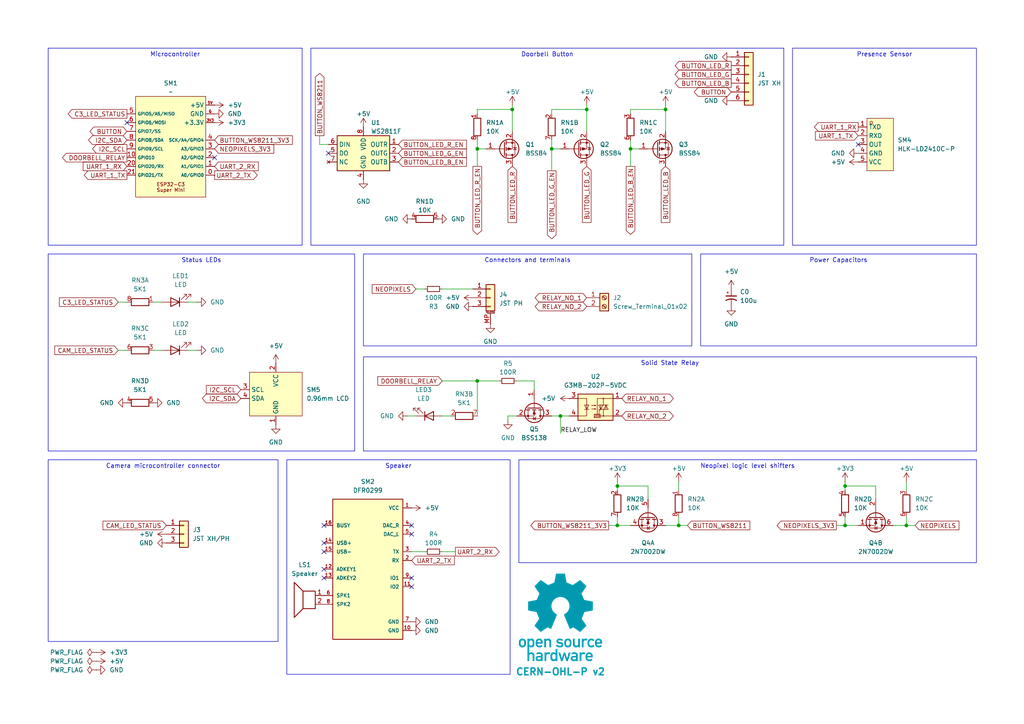
<source format=kicad_sch>
(kicad_sch (version 20231120) (generator "eeschema") (generator_version "8.0")
  (paper "A4")
  (lib_symbols
    (symbol "Connector:Screw_Terminal_01x02" (pin_names (offset 1.016) hide)
      (property "Reference" "J" (at 0 2.54 0))
      (property "Value" "Screw_Terminal_01x02" (at 0 -5.08 0))
      (symbol "Screw_Terminal_01x02_1_1"
        (pin passive line (at -5.08 0 0) (length 3.81) (name "Pin_1") (number "1"))
        (pin passive line (at -5.08 -2.54 0) (length 3.81) (name "Pin_2") (number "2"))
      )
    )
    (symbol "Connector_Generic:Conn_01x03" (pin_names (offset 1.016) hide)
      (property "Reference" "J" (at 0 5.08 0))
      (property "Value" "Conn_01x03" (at 0 -5.08 0))
      (symbol "Conn_01x03_1_1"
        (pin passive line (at -5.08 2.54 0) (length 3.81) (name "Pin_1") (number "1"))
        (pin passive line (at -5.08 0 0) (length 3.81) (name "Pin_2") (number "2"))
        (pin passive line (at -5.08 -2.54 0) (length 3.81) (name "Pin_3") (number "3"))
      )
    )
    (symbol "Connector_Generic:Conn_01x06" (pin_names (offset 1.016) hide)
      (property "Reference" "J" (at 0 7.62 0))
      (property "Value" "Conn_01x06" (at 0 -10.16 0))
      (symbol "Conn_01x06_1_1"
        (pin passive line (at -5.08 5.08 0) (length 3.81) (name "Pin_1") (number "1"))
        (pin passive line (at -5.08 2.54 0) (length 3.81) (name "Pin_2") (number "2"))
        (pin passive line (at -5.08 0 0) (length 3.81) (name "Pin_3") (number "3"))
        (pin passive line (at -5.08 -2.54 0) (length 3.81) (name "Pin_4") (number "4"))
        (pin passive line (at -5.08 -5.08 0) (length 3.81) (name "Pin_5") (number "5"))
        (pin passive line (at -5.08 -7.62 0) (length 3.81) (name "Pin_6") (number "6"))
      )
    )
    (symbol "Connector_Generic_MountingPin:Conn_01x03_MountingPin" (pin_names (offset 1.016) hide)
      (property "Reference" "J" (at 0 5.08 0))
      (property "Value" "Conn_01x03_MountingPin" (at 1.27 -5.08 0))
      (symbol "Conn_01x03_MountingPin_1_1"
        (text "Mounting" (at 0 -4.191 0) (effects (font (size 0.381 0.381))))
        (pin passive line (at -5.08 2.54 0) (length 3.81) (name "Pin_1") (number "1"))
        (pin passive line (at -5.08 0 0) (length 3.81) (name "Pin_2") (number "2"))
        (pin passive line (at -5.08 -2.54 0) (length 3.81) (name "Pin_3") (number "3"))
        (pin passive line (at 0 -7.62 90) (length 3.048) (name "MountPin") (number "MP"))
      )
    )
    (symbol "Device:C_Polarized_Small_US" (pin_numbers hide) (pin_names (offset 0.254) hide)
      (property "Reference" "C" (at 0.254 1.778 0))
      (property "Value" "C_Polarized_Small_US" (at 0.254 -2.032 0))
      (symbol "C_Polarized_Small_US_1_1"
        (pin passive line (at 0 2.54 270) (length 2.032) (name "~") (number "1"))
        (pin passive line (at 0 -2.54 90) (length 2.032) (name "~") (number "2"))
      )
    )
    (symbol "Device:LED" (pin_numbers hide) (pin_names (offset 1.016) hide)
      (property "Reference" "D" (at 0 2.54 0))
      (property "Value" "LED" (at 0 -2.54 0))
      (symbol "LED_1_1"
        (pin passive line (at -3.81 0 0) (length 2.54) (name "K") (number "1"))
        (pin passive line (at 3.81 0 180) (length 2.54) (name "A") (number "2"))
      )
    )
    (symbol "Device:R_Pack04_Split" (pin_names (offset 0) hide)
      (property "Reference" "RN" (at 2.032 0 90))
      (property "Value" "R_Pack04_Split" (at 0 0 90))
      (symbol "R_Pack04_Split_1_1"
        (pin passive line (at 0 -3.81 90) (length 1.27) (name "R1.1") (number "1"))
        (pin passive line (at 0 3.81 270) (length 1.27) (name "R1.2") (number "8"))
      )
      (symbol "R_Pack04_Split_2_1"
        (pin passive line (at 0 -3.81 90) (length 1.27) (name "R2.1") (number "2"))
        (pin passive line (at 0 3.81 270) (length 1.27) (name "R2.2") (number "7"))
      )
      (symbol "R_Pack04_Split_3_1"
        (pin passive line (at 0 -3.81 90) (length 1.27) (name "R3.1") (number "3"))
        (pin passive line (at 0 3.81 270) (length 1.27) (name "R3.2") (number "6"))
      )
      (symbol "R_Pack04_Split_4_1"
        (pin passive line (at 0 -3.81 90) (length 1.27) (name "R4.1") (number "4"))
        (pin passive line (at 0 3.81 270) (length 1.27) (name "R4.2") (number "5"))
      )
    )
    (symbol "Device:R_Small" (pin_numbers hide) (pin_names (offset 0.254) hide)
      (property "Reference" "R" (at 0.762 0.508 0))
      (property "Value" "R_Small" (at 0.762 -1.016 0))
      (symbol "R_Small_1_1"
        (pin passive line (at 0 2.54 270) (length 0.762) (name "~") (number "1"))
        (pin passive line (at 0 -2.54 90) (length 0.762) (name "~") (number "2"))
      )
    )
    (symbol "Device:Speaker" (pin_names (offset 0) hide)
      (property "Reference" "LS" (at 1.27 5.715 0))
      (property "Value" "Speaker" (at 1.27 3.81 0))
      (symbol "Speaker_1_1"
        (pin input line (at -5.08 0 0) (length 2.54) (name "1") (number "1"))
        (pin input line (at -5.08 -2.54 0) (length 2.54) (name "2") (number "2"))
      )
    )
    (symbol "Transistor_FET:BSS138" (pin_names hide)
      (property "Reference" "Q" (at 5.08 1.905 0))
      (property "Value" "BSS138" (at 5.08 0 0))
      (symbol "BSS138_1_1"
        (pin input line (at -5.08 0 0) (length 2.54) (name "G") (number "1"))
        (pin passive line (at 2.54 -5.08 90) (length 2.54) (name "S") (number "2"))
        (pin passive line (at 2.54 5.08 270) (length 2.54) (name "D") (number "3"))
      )
    )
    (symbol "Transistor_FET:BSS84" (pin_names hide)
      (property "Reference" "Q" (at 5.08 1.905 0))
      (property "Value" "BSS84" (at 5.08 0 0))
      (symbol "BSS84_1_1"
        (pin input line (at -5.08 0 0) (length 2.54) (name "G") (number "1"))
        (pin passive line (at 2.54 -5.08 90) (length 2.54) (name "S") (number "2"))
        (pin passive line (at 2.54 5.08 270) (length 2.54) (name "D") (number "3"))
      )
    )
    (symbol "modules:DFR0299" (pin_names (offset 1.016))
      (property "Reference" "SM" (at 0 18.542 0))
      (property "Value" "DFR0299" (at 0 -23.876 0))
      (symbol "DFR0299_0_0"
        (pin power_in line (at 12.7 15.24 180) (length 2.54) (name "VCC") (number "1"))
        (pin bidirectional line (at 12.7 -7.62 180) (length 2.54) (name "IO2") (number "11"))
        (pin input line (at -12.7 -2.54 0) (length 2.54) (name "ADKEY1") (number "12"))
        (pin input line (at -12.7 -5.08 0) (length 2.54) (name "ADKEY2") (number "13"))
        (pin input line (at -12.7 5.08 0) (length 2.54) (name "USB+") (number "14"))
        (pin input line (at -12.7 2.54 0) (length 2.54) (name "USB-") (number "15"))
        (pin input line (at -12.7 10.16 0) (length 2.54) (name "BUSY") (number "16"))
        (pin input line (at 12.7 0 180) (length 2.54) (name "RX") (number "2"))
        (pin output line (at 12.7 2.54 180) (length 2.54) (name "TX") (number "3"))
        (pin output line (at 12.7 10.16 180) (length 2.54) (name "DAC_R") (number "4"))
        (pin output line (at 12.7 7.62 180) (length 2.54) (name "DAC_L") (number "5"))
        (pin passive line (at -12.7 -10.16 0) (length 2.54) (name "SPK1") (number "6"))
        (pin power_in line (at 12.7 -17.78 180) (length 2.54) (name "GND") (number "7"))
        (pin passive line (at -12.7 -12.7 0) (length 2.54) (name "SPK2") (number "8"))
        (pin bidirectional line (at 12.7 -5.08 180) (length 2.54) (name "IO1") (number "9"))
      )
      (symbol "DFR0299_1_0"
        (pin power_in line (at 12.7 -20.32 180) (length 2.54) (name "GND") (number "10"))
      )
    )
    (symbol "modules:ESP32-C3-Super-Mini"
      (property "Reference" "SM" (at 0 18.288 0))
      (symbol "ESP32-C3-Super-Mini_1_1"
        (text_box "ESP32-C3\nSuper Mini" (at -7.62 -10.16 0) (size 15.24 -5.08) (stroke (width -0.0001)) (effects (font (size 1.016 1.016)) (justify top)))
        (pin passive line (at 12.7 -8.89 180) (length 2.54) (name "A0/GPIO0") (number "0"))
        (pin passive line (at 12.7 -6.35 180) (length 2.54) (name "A1/GPIO1") (number "1"))
        (pin passive line (at -12.7 -3.81 0) (length 2.54) (name "GPIO10") (number "10"))
        (pin passive line (at 12.7 -3.81 180) (length 2.54) (name "A2/GPIO2") (number "2"))
        (pin passive line (at -12.7 -6.35 0) (length 2.54) (name "GPIO20/RX") (number "20"))
        (pin passive line (at -12.7 -8.89 0) (length 2.54) (name "GPIO21/TX") (number "21"))
        (pin passive line (at 12.7 -1.27 180) (length 2.54) (name "A3/GPIO3") (number "3"))
        (pin power_in line (at 12.7 6.35 180) (length 2.54) (name "+3.3V") (number "3V3"))
        (pin passive line (at 12.7 1.27 180) (length 2.54) (name "SCK/A4/GPIO4") (number "4"))
        (pin passive line (at -12.7 8.89 0) (length 2.54) (name "GPIO5/A5/MISO") (number "5"))
        (pin power_in line (at 12.7 11.43 180) (length 2.54) (name "+5V") (number "5V"))
        (pin passive line (at -12.7 6.35 0) (length 2.54) (name "GPIO6/MOSI") (number "6"))
        (pin passive line (at -12.7 3.81 0) (length 2.54) (name "GPIO7/SS") (number "7"))
        (pin passive line (at -12.7 1.27 0) (length 2.54) (name "GPIO8/SDA") (number "8"))
        (pin passive line (at -12.7 -1.27 0) (length 2.54) (name "GPIO9/SCL") (number "9"))
        (pin power_in line (at 12.7 8.89 180) (length 2.54) (name "GND") (number "G"))
      )
    )
    (symbol "aliexpress:G3MB-202P-5VDC"
      (property "Reference" "U" (at -5.08 5.08 0))
      (property "Value" "G3MB-202P-5VDC" (at 0 5.08 0))
      (symbol "G3MB-202P-5VDC_0_0"
        (text "ZCD" (at 0.508 -2.54 0) (effects (font (size 0.508 0.508))))
      )
      (symbol "G3MB-202P-5VDC_1_1"
        (pin passive line (at 7.62 2.54 180) (length 2.54) (name "~") (number "1"))
        (pin passive line (at 7.62 -2.54 180) (length 2.54) (name "~") (number "2"))
        (pin passive line (at -7.62 2.54 0) (length 2.54) (name "~") (number "3"))
        (pin passive line (at -7.62 -2.54 0) (length 2.54) (name "~") (number "4"))
      )
    )
    (symbol "aliexpress:OLED-0.96mm-I2C-module"
      (property "Reference" "SM" (at 0 8.89 0))
      (property "Value" "0.96mm LCD" (at 0 -8.89 0))
      (symbol "OLED-0.96mm-I2C-module_0_1"
        (pin power_in line (at 0 -8.89 90) (length 2.54) (name "GND") (number "1"))
        (pin power_in line (at 0 8.89 270) (length 2.54) (name "VCC") (number "2"))
        (pin passive line (at -10.16 1.27 0) (length 2.54) (name "SCL") (number "3"))
        (pin passive line (at -10.16 -1.27 0) (length 2.54) (name "SDA") (number "4"))
      )
    )
    (symbol "lcsc:2N7002DW" (pin_names hide)
      (property "Reference" "Q" (at 5.08 1.905 0))
      (property "Value" "2N7002DW" (at 5.08 0 0))
      (symbol "2N7002DW_1_1"
        (pin passive line (at 2.54 5.08 270) (length 2.54) (name "D") (number "3"))
        (pin passive line (at 2.54 -5.08 90) (length 2.54) (name "S") (number "4"))
        (pin input line (at -5.08 0 0) (length 2.54) (name "G") (number "5"))
      )
      (symbol "2N7002DW_2_1"
        (pin passive line (at 2.54 -5.08 90) (length 2.54) (name "S") (number "1"))
        (pin input line (at -5.08 0 0) (length 2.54) (name "G") (number "2"))
        (pin passive line (at 2.54 5.08 270) (length 2.54) (name "D") (number "6"))
      )
    )
    (symbol "lcsc:HLK-LD2410C-P"
      (property "Reference" "SM" (at 0 10.16 0))
      (property "Value" "HLK-LD2410C-P" (at 0 -10.16 0))
      (symbol "HLK-LD2410C-P_1_1"
        (pin passive line (at -6.35 5.08 0) (length 2.54) (name "TXD") (number "1"))
        (pin passive line (at -6.35 2.54 0) (length 2.54) (name "RXD") (number "2"))
        (pin passive line (at -6.35 0 0) (length 2.54) (name "OUT") (number "3"))
        (pin power_in line (at -6.35 -2.54 0) (length 2.54) (name "GND") (number "4"))
        (pin power_in line (at -6.35 -5.08 0) (length 2.54) (name "VCC") (number "5"))
      )
    )
    (symbol "lcsc:WS2811F"
      (property "Reference" "U" (at -6.35 6.35 0))
      (property "Value" "WS2811F" (at 5.08 6.35 0))
      (symbol "WS2811F_1_1"
        (pin output line (at 10.16 2.54 180) (length 2.54) (name "OUTR") (number "1"))
        (pin output line (at 10.16 0 180) (length 2.54) (name "OUTG") (number "2"))
        (pin output line (at 10.16 -2.54 180) (length 2.54) (name "OUTB") (number "3"))
        (pin power_in line (at 0 -7.62 90) (length 2.54) (name "GND") (number "4"))
        (pin output line (at -10.16 0 0) (length 2.54) (name "DO") (number "5"))
        (pin input line (at -10.16 2.54 0) (length 2.54) (name "DIN") (number "6"))
        (pin no_connect line (at -10.16 -2.54 0) (length 2.54) (name "NC") (number "7"))
        (pin power_in line (at 0 7.62 270) (length 2.54) (name "VDD") (number "8"))
      )
    )
    (symbol "power:+3V3" (power) (pin_numbers hide) (pin_names (offset 0) hide)
      (property "Value" "+3V3" (at 0 3.556 0))
      (symbol "+3V3_1_1"
        (pin power_in line (at 0 0 90) (length 0) (name "~") (number "1"))
      )
    )
    (symbol "power:+5V" (power) (pin_numbers hide) (pin_names (offset 0) hide)
      (property "Value" "+5V" (at 0 3.556 0))
      (symbol "+5V_1_1"
        (pin power_in line (at 0 0 90) (length 0) (name "~") (number "1"))
      )
    )
    (symbol "power:GND" (power) (pin_numbers hide) (pin_names (offset 0) hide)
      (property "Value" "GND" (at 0 -3.81 0))
      (symbol "GND_1_1"
        (pin power_in line (at 0 0 270) (length 0) (name "~") (number "1"))
      )
    )
    (symbol "power:PWR_FLAG" (power) (pin_numbers hide) (pin_names (offset 0) hide)
      (property "Value" "PWR_FLAG" (at 0 3.81 0))
      (symbol "PWR_FLAG_0_0"
        (pin power_out line (at 0 0 90) (length 0) (name "~") (number "1"))
      )
    )
  )
  (junction (at 193.04 31.75))
  (junction (at 148.59 31.75))
  (junction (at 245.11 152.4))
  (junction (at 245.11 140.97))
  (junction (at 182.88 43.18))
  (junction (at 138.43 43.18))
  (junction (at 138.43 110.49))
  (junction (at 179.07 152.4))
  (junction (at 162.56 120.65))
  (junction (at 160.02 43.18))
  (junction (at 170.18 31.75))
  (junction (at 196.85 152.4))
  (junction (at 262.89 152.4))
  (junction (at 179.07 140.97))
  (no_connect (at 95.25 44.45))
  (no_connect (at 119.38 152.4))
  (no_connect (at 248.92 41.91))
  (no_connect (at 62.23 45.72))
  (no_connect (at 36.83 35.56))
  (no_connect (at 119.38 167.64))
  (no_connect (at 93.98 152.4))
  (no_connect (at 119.38 154.94))
  (no_connect (at 119.38 170.18))
  (no_connect (at 93.98 157.48))
  (no_connect (at 93.98 160.02))
  (no_connect (at 93.98 165.1))
  (no_connect (at 93.98 167.64))
  (wire (pts (xy 196.85 139.7) (xy 196.85 142.24)))
  (wire (pts (xy 138.43 31.75) (xy 148.59 31.75)))
  (wire (pts (xy 160.02 33.02) (xy 160.02 31.75)))
  (wire (pts (xy 245.11 140.97) (xy 245.11 142.24)))
  (wire (pts (xy 144.78 110.49) (xy 138.43 110.49)))
  (wire (pts (xy 193.04 31.75) (xy 193.04 38.1)))
  (wire (pts (xy 187.96 144.78) (xy 187.96 140.97)))
  (wire (pts (xy 148.59 31.75) (xy 148.59 30.48)))
  (wire (pts (xy 138.43 110.49) (xy 128.27 110.49)))
  (wire (pts (xy 245.11 139.7) (xy 245.11 140.97)))
  (wire (pts (xy 262.89 152.4) (xy 262.89 149.86)))
  (wire (pts (xy 120.65 120.65) (xy 118.11 120.65)))
  (wire (pts (xy 245.11 149.86) (xy 245.11 152.4)))
  (wire (pts (xy 254 140.97) (xy 245.11 140.97)))
  (wire (pts (xy 254 144.78) (xy 254 140.97)))
  (wire (pts (xy 185.42 43.18) (xy 182.88 43.18)))
  (wire (pts (xy 182.88 43.18) (xy 182.88 40.64)))
  (wire (pts (xy 120.65 83.82) (xy 123.19 83.82)))
  (wire (pts (xy 187.96 140.97) (xy 179.07 140.97)))
  (wire (pts (xy 138.43 43.18) (xy 138.43 48.26)))
  (wire (pts (xy 242.57 152.4) (xy 245.11 152.4)))
  (wire (pts (xy 179.07 140.97) (xy 179.07 142.24)))
  (wire (pts (xy 138.43 110.49) (xy 138.43 120.65)))
  (wire (pts (xy 128.27 83.82) (xy 137.16 83.82)))
  (wire (pts (xy 182.88 33.02) (xy 182.88 31.75)))
  (wire (pts (xy 54.61 101.6) (xy 57.15 101.6)))
  (wire (pts (xy 170.18 31.75) (xy 170.18 38.1)))
  (wire (pts (xy 160.02 120.65) (xy 162.56 120.65)))
  (wire (pts (xy 160.02 43.18) (xy 160.02 40.64)))
  (wire (pts (xy 182.88 43.18) (xy 182.88 48.26)))
  (wire (pts (xy 179.07 139.7) (xy 179.07 140.97)))
  (wire (pts (xy 193.04 152.4) (xy 196.85 152.4)))
  (wire (pts (xy 170.18 31.75) (xy 170.18 30.48)))
  (wire (pts (xy 44.45 101.6) (xy 46.99 101.6)))
  (wire (pts (xy 140.97 43.18) (xy 138.43 43.18)))
  (wire (pts (xy 34.29 87.63) (xy 36.83 87.63)))
  (wire (pts (xy 44.45 87.63) (xy 46.99 87.63)))
  (wire (pts (xy 193.04 31.75) (xy 193.04 30.48)))
  (wire (pts (xy 196.85 152.4) (xy 196.85 149.86)))
  (wire (pts (xy 147.32 121.92) (xy 147.32 120.65)))
  (wire (pts (xy 138.43 43.18) (xy 138.43 40.64)))
  (wire (pts (xy 154.94 113.03) (xy 154.94 110.49)))
  (wire (pts (xy 92.71 39.37) (xy 92.71 41.91)))
  (wire (pts (xy 262.89 139.7) (xy 262.89 142.24)))
  (wire (pts (xy 196.85 152.4) (xy 199.39 152.4)))
  (wire (pts (xy 147.32 120.65) (xy 149.86 120.65)))
  (wire (pts (xy 119.38 160.02) (xy 123.19 160.02)))
  (wire (pts (xy 179.07 149.86) (xy 179.07 152.4)))
  (wire (pts (xy 245.11 152.4) (xy 248.92 152.4)))
  (wire (pts (xy 182.88 31.75) (xy 193.04 31.75)))
  (wire (pts (xy 179.07 152.4) (xy 182.88 152.4)))
  (wire (pts (xy 162.56 43.18) (xy 160.02 43.18)))
  (wire (pts (xy 176.53 152.4) (xy 179.07 152.4)))
  (wire (pts (xy 162.56 120.65) (xy 162.56 125.73)))
  (wire (pts (xy 148.59 31.75) (xy 148.59 38.1)))
  (wire (pts (xy 34.29 101.6) (xy 36.83 101.6)))
  (wire (pts (xy 160.02 31.75) (xy 170.18 31.75)))
  (wire (pts (xy 138.43 33.02) (xy 138.43 31.75)))
  (wire (pts (xy 160.02 43.18) (xy 160.02 49.53)))
  (wire (pts (xy 92.71 41.91) (xy 95.25 41.91)))
  (wire (pts (xy 130.81 120.65) (xy 128.27 120.65)))
  (wire (pts (xy 128.27 160.02) (xy 132.08 160.02)))
  (wire (pts (xy 54.61 87.63) (xy 57.15 87.63)))
  (wire (pts (xy 259.08 152.4) (xy 262.89 152.4)))
  (wire (pts (xy 162.56 120.65) (xy 165.1 120.65)))
  (wire (pts (xy 154.94 110.49) (xy 149.86 110.49)))
  (wire (pts (xy 262.89 152.4) (xy 265.43 152.4)))
  (image (at 162.56 179.07) (scale 0.37481))
  (text_box "Microcontroller" (at 13.97 13.97 0) (size 73.66 57.15) (effects (font (size 1.27 1.27)) (justify top)))
  (text_box "Doorbell Button" (at 90.17 13.97 0) (size 137.16 57.15) (effects (font (size 1.27 1.27)) (justify top)))
  (text_box "Presence Sensor" (at 229.87 13.97 0) (size 53.34 57.15) (effects (font (size 1.27 1.27)) (justify top)))
  (text_box "Camera microcontroller connector" (at 13.97 133.35 0) (size 66.675 52.705) (effects (font (size 1.27 1.27)) (justify top)))
  (text_box "Status LEDs" (at 13.97 73.66 0) (size 88.9 57.15) (effects (font (size 1.27 1.27)) (justify top)))
  (text_box "Power Capacitors" (at 203.2 73.66 0) (size 80.01 26.67) (effects (font (size 1.27 1.27)) (justify top)))
  (text_box "Solid State Relay" (at 105.41 103.505 0) (size 177.8 27.305) (effects (font (size 1.27 1.27)) (justify top)))
  (text_box "Speaker" (at 83.185 133.35 0) (size 64.77 62.23) (effects (font (size 1.27 1.27)) (justify top)))
  (text_box "Neopixel logic level shifters" (at 150.495 133.35 0) (size 132.715 29.845) (effects (font (size 1.27 1.27)) (justify top)))
  (text_box "Connectors and terminals" (at 105.41 73.66 0) (size 95.25 26.67) (effects (font (size 1.27 1.27)) (justify top)))
  (text "CERN-OHL-P v2" (at 162.56 195.072 0) (effects (font (size 2 2) (thickness 0.4) (bold yes))))
  (label "RELAY_LOW" (at 162.56 125.73 0))
  (global_label "RELAY_NO_2" (shape bidirectional) (at 170.18 88.9 180) (property "Intersheetrefs" "${INTERSHEET_REFS}" (effects (hide yes))))
  (global_label "RELAY_NO_2" (shape bidirectional) (at 180.34 120.65 0) (property "Intersheetrefs" "${INTERSHEET_REFS}" (effects (hide yes))))
  (global_label "C3_LED_STATUS" (shape output) (at 36.83 33.02 180) (property "Intersheetrefs" "${INTERSHEET_REFS}" (effects (hide yes))))
  (global_label "NEOPIXELS" (shape input) (at 120.65 83.82 180) (property "Intersheetrefs" "${INTERSHEET_REFS}" (effects (hide yes))))
  (global_label "BUTTON_LED_R" (shape input) (at 148.59 48.26 270) (property "Intersheetrefs" "${INTERSHEET_REFS}" (effects (hide yes))))
  (global_label "DOORBELL_RELAY" (shape output) (at 36.83 45.72 180) (property "Intersheetrefs" "${INTERSHEET_REFS}" (effects (hide yes))))
  (global_label "CAM_LED_STATUS" (shape input) (at 34.29 101.6 180) (property "Intersheetrefs" "${INTERSHEET_REFS}" (effects (hide yes))))
  (global_label "UART_1_TX" (shape input) (at 248.92 39.37 180) (property "Intersheetrefs" "${INTERSHEET_REFS}" (effects (hide yes))))
  (global_label "C3_LED_STATUS" (shape input) (at 34.29 87.63 180) (property "Intersheetrefs" "${INTERSHEET_REFS}" (effects (hide yes))))
  (global_label "UART_2_TX" (shape input) (at 119.38 162.56 0) (property "Intersheetrefs" "${INTERSHEET_REFS}" (effects (hide yes))))
  (global_label "CAM_LED_STATUS" (shape input) (at 48.26 152.4 180) (property "Intersheetrefs" "${INTERSHEET_REFS}" (effects (hide yes))))
  (global_label "BUTTON_LED_R_EN" (shape input) (at 115.57 41.91 0) (property "Intersheetrefs" "${INTERSHEET_REFS}" (effects (hide yes))))
  (global_label "NEOPIXELS_3V3" (shape input) (at 62.23 43.18 0) (property "Intersheetrefs" "${INTERSHEET_REFS}" (effects (hide yes))))
  (global_label "I2C_SDA" (shape bidirectional) (at 36.83 40.64 180) (property "Intersheetrefs" "${INTERSHEET_REFS}" (effects (hide yes))))
  (global_label "BUTTON" (shape bidirectional) (at 212.09 26.67 180) (property "Intersheetrefs" "${INTERSHEET_REFS}" (effects (hide yes))))
  (global_label "DOORBELL_RELAY" (shape input) (at 128.27 110.49 180) (property "Intersheetrefs" "${INTERSHEET_REFS}" (effects (hide yes))))
  (global_label "BUTTON_WS8211" (shape output) (at 92.71 39.37 90) (property "Intersheetrefs" "${INTERSHEET_REFS}" (effects (hide yes))))
  (global_label "I2C_SCL" (shape output) (at 36.83 43.18 180) (property "Intersheetrefs" "${INTERSHEET_REFS}" (effects (hide yes))))
  (global_label "BUTTON_LED_B" (shape output) (at 212.09 24.13 180) (property "Intersheetrefs" "${INTERSHEET_REFS}" (effects (hide yes))))
  (global_label "UART_2_RX" (shape output) (at 132.08 160.02 0) (property "Intersheetrefs" "${INTERSHEET_REFS}" (effects (hide yes))))
  (global_label "I2C_SDA" (shape bidirectional) (at 69.85 115.57 180) (property "Intersheetrefs" "${INTERSHEET_REFS}" (effects (hide yes))))
  (global_label "BUTTON_LED_G" (shape output) (at 212.09 21.59 180) (property "Intersheetrefs" "${INTERSHEET_REFS}" (effects (hide yes))))
  (global_label "BUTTON_LED_B_EN" (shape output) (at 182.88 48.26 270) (property "Intersheetrefs" "${INTERSHEET_REFS}" (effects (hide yes))))
  (global_label "BUTTON_LED_G" (shape input) (at 170.18 48.26 270) (property "Intersheetrefs" "${INTERSHEET_REFS}" (effects (hide yes))))
  (global_label "BUTTON_WS8211_3V3" (shape input) (at 62.23 40.64 0) (property "Intersheetrefs" "${INTERSHEET_REFS}" (effects (hide yes))))
  (global_label "BUTTON_LED_B" (shape input) (at 193.04 48.26 270) (property "Intersheetrefs" "${INTERSHEET_REFS}" (effects (hide yes))))
  (global_label "I2C_SCL" (shape input) (at 69.85 113.03 180) (property "Intersheetrefs" "${INTERSHEET_REFS}" (effects (hide yes))))
  (global_label "UART_2_RX" (shape input) (at 62.23 48.26 0) (property "Intersheetrefs" "${INTERSHEET_REFS}" (effects (hide yes))))
  (global_label "NEOPIXELS_3V3" (shape output) (at 242.57 152.4 180) (property "Intersheetrefs" "${INTERSHEET_REFS}" (effects (hide yes))))
  (global_label "BUTTON_LED_R" (shape output) (at 212.09 19.05 180) (property "Intersheetrefs" "${INTERSHEET_REFS}" (effects (hide yes))))
  (global_label "RELAY_NO_1" (shape bidirectional) (at 170.18 86.36 180) (property "Intersheetrefs" "${INTERSHEET_REFS}" (effects (hide yes))))
  (global_label "BUTTON" (shape bidirectional) (at 36.83 38.1 180) (property "Intersheetrefs" "${INTERSHEET_REFS}" (effects (hide yes))))
  (global_label "UART_1_RX" (shape output) (at 248.92 36.83 180) (property "Intersheetrefs" "${INTERSHEET_REFS}" (effects (hide yes))))
  (global_label "BUTTON_LED_G_EN" (shape input) (at 115.57 44.45 0) (property "Intersheetrefs" "${INTERSHEET_REFS}" (effects (hide yes))))
  (global_label "UART_1_TX" (shape output) (at 36.83 50.8 180) (property "Intersheetrefs" "${INTERSHEET_REFS}" (effects (hide yes))))
  (global_label "UART_1_RX" (shape input) (at 36.83 48.26 180) (property "Intersheetrefs" "${INTERSHEET_REFS}" (effects (hide yes))))
  (global_label "BUTTON_LED_B_EN" (shape input) (at 115.57 46.99 0) (property "Intersheetrefs" "${INTERSHEET_REFS}" (effects (hide yes))))
  (global_label "UART_2_TX" (shape output) (at 62.23 50.8 0) (property "Intersheetrefs" "${INTERSHEET_REFS}" (effects (hide yes))))
  (global_label "RELAY_NO_1" (shape bidirectional) (at 180.34 115.57 0) (property "Intersheetrefs" "${INTERSHEET_REFS}" (effects (hide yes))))
  (global_label "BUTTON_WS8211" (shape input) (at 199.39 152.4 0) (property "Intersheetrefs" "${INTERSHEET_REFS}" (effects (hide yes))))
  (global_label "BUTTON_WS8211_3V3" (shape output) (at 176.53 152.4 180) (property "Intersheetrefs" "${INTERSHEET_REFS}" (effects (hide yes))))
  (global_label "NEOPIXELS" (shape input) (at 265.43 152.4 0) (property "Intersheetrefs" "${INTERSHEET_REFS}" (effects (hide yes))))
  (global_label "BUTTON_LED_R_EN" (shape output) (at 138.43 48.26 270) (property "Intersheetrefs" "${INTERSHEET_REFS}" (effects (hide yes))))
  (global_label "BUTTON_LED_G_EN" (shape output) (at 160.02 49.53 270) (property "Intersheetrefs" "${INTERSHEET_REFS}" (effects (hide yes))))
  (symbol (lib_id "Device:R_Pack04_Split") (at 134.62 120.65 270) (mirror x) (unit 2)
    (property "Reference" "RN3" (at 134.62 114.3 90))
    (property "Value" "5K1" (at 134.62 116.84 90))
    (property "Footprint" "Resistor_SMD:R_Array_Convex_4x0603" (effects (hide yes)))
    (property "Description" "4 resistor network, parallel topology, split" (effects (hide yes)))
  )
  (symbol (lib_id "Transistor_FET:BSS84") (at 146.05 43.18 0) (mirror x) (unit 1)
    (property "Reference" "Q1" (at 152.4 41.9099 0) (effects (justify left)))
    (property "Value" "BSS84" (at 152.4 44.4499 0) (effects (justify left)))
    (property "Footprint" "custom:SOT-23_simple" (effects (hide yes)))
    (property "Datasheet" "http://assets.nexperia.com/documents/data-sheet/BSS84.pdf" (effects (hide yes)))
    (property "Description" "-0.13A Id, -50V Vds, P-Channel MOSFET, SOT-23" (effects (hide yes)))
  )
  (symbol (lib_id "power:+5V") (at 212.09 83.82 0) (unit 1)
    (property "Reference" "#PWR032" (effects (hide yes)))
    (property "Value" "+5V" (at 212.09 78.74 0))
    (property "Description" "Power symbol creates a global label with name \"+5V\"" (effects (hide yes)))
  )
  (symbol (lib_id "power:+5V") (at 48.26 154.94 90) (unit 1)
    (property "Reference" "#PWR042" (effects (hide yes)))
    (property "Value" "+5V" (at 44.45 154.9399 90) (effects (justify left)))
    (property "Description" "Power symbol creates a global label with name \"+5V\"" (effects (hide yes)))
  )
  (symbol (lib_id "aliexpress:G3MB-202P-5VDC") (at 172.72 118.11 0) (unit 1)
    (property "Reference" "U2" (at 172.72 109.22 0))
    (property "Value" "G3MB-202P-5VDC" (at 172.72 111.76 0))
    (property "Footprint" "aliexpress:RELAY-G3MB-202P-5VDC" (effects (hide yes)))
    (property "Datasheet" "http://www.sharp-world.com/products/device/lineup/data/pdf/datasheet/s102s02_e.pdf" (effects (hide yes)))
    (property "Description" "Zero Cross Opto-Triac, Vdrm 240V, Ift 50mA, IT 2A" (effects (hide yes)))
  )
  (symbol (lib_id "Device:R_Pack04_Split") (at 138.43 36.83 180) (unit 1)
    (property "Reference" "RN1" (at 140.97 35.5599 0) (effects (justify right)))
    (property "Value" "10K" (at 140.97 38.0999 0) (effects (justify right)))
    (property "Footprint" "Resistor_SMD:R_Array_Convex_4x0603" (effects (hide yes)))
    (property "Description" "4 resistor network, parallel topology, split" (effects (hide yes)))
  )
  (symbol (lib_id "power:+5V") (at 196.85 139.7 0) (unit 1)
    (property "Reference" "#PWR019" (effects (hide yes)))
    (property "Value" "+5V" (at 196.85 135.89 0))
    (property "Description" "Power symbol creates a global label with name \"+5V\"" (effects (hide yes)))
  )
  (symbol (lib_id "Device:R_Small") (at 125.73 83.82 90) (mirror x) (unit 1)
    (property "Reference" "R3" (at 125.73 88.9 90))
    (property "Value" "100R" (at 125.73 86.36 90))
    (property "Footprint" "custom:R_0603_1608Metric_Pad0.98x0.95mm_HandSolder_simple" (effects (hide yes)))
    (property "Description" "Resistor, small symbol" (effects (hide yes)))
  )
  (symbol (lib_id "power:GND") (at 119.38 182.88 90) (unit 1)
    (property "Reference" "#PWR027" (effects (hide yes)))
    (property "Value" "GND" (at 123.19 182.8801 90) (effects (justify right)))
    (property "Description" "Power symbol creates a global label with name \"GND\" , ground" (effects (hide yes)))
  )
  (symbol (lib_id "Device:R_Pack04_Split") (at 40.64 87.63 90) (unit 1)
    (property "Reference" "RN3" (at 40.64 81.28 90))
    (property "Value" "5K1" (at 40.64 83.82 90))
    (property "Footprint" "Resistor_SMD:R_Array_Convex_4x0603" (effects (hide yes)))
    (property "Description" "4 resistor network, parallel topology, split" (effects (hide yes)))
  )
  (symbol (lib_id "power:GND") (at 248.92 44.45 270) (unit 1)
    (property "Reference" "#PWR010" (effects (hide yes)))
    (property "Value" "GND" (at 245.11 44.4499 90) (effects (justify right)))
    (property "Description" "Power symbol creates a global label with name \"GND\" , ground" (effects (hide yes)))
  )
  (symbol (lib_id "power:GND") (at 137.16 88.9 270) (unit 1)
    (property "Reference" "#PWR029" (effects (hide yes)))
    (property "Value" "GND" (at 133.35 88.8999 90) (effects (justify right)))
    (property "Description" "Power symbol creates a global label with name \"GND\" , ground" (effects (hide yes)))
  )
  (symbol (lib_id "Device:R_Pack04_Split") (at 182.88 36.83 180) (unit 3)
    (property "Reference" "RN1" (at 185.42 35.5599 0) (effects (justify right)))
    (property "Value" "10K" (at 185.42 38.0999 0) (effects (justify right)))
    (property "Footprint" "Resistor_SMD:R_Array_Convex_4x0603" (effects (hide yes)))
    (property "Description" "4 resistor network, parallel topology, split" (effects (hide yes)))
  )
  (symbol (lib_id "power:GND") (at 57.15 101.6 90) (unit 1)
    (property "Reference" "#PWR036" (effects (hide yes)))
    (property "Value" "GND" (at 60.96 101.6 90) (effects (justify right)))
  )
  (symbol (lib_id "power:+5V") (at 62.23 30.48 270) (unit 1)
    (property "Reference" "#PWR03" (effects (hide yes)))
    (property "Value" "+5V" (at 66.04 30.4801 90) (effects (justify left)))
    (property "Description" "Power symbol creates a global label with name \"+5V\"" (effects (hide yes)))
  )
  (symbol (lib_id "aliexpress:OLED-0.96mm-I2C-module") (at 80.01 114.3 0) (unit 1)
    (property "Reference" "SM5" (at 88.9 113.0299 0) (effects (justify left)))
    (property "Value" "0.96mm LCD" (at 88.9 115.5699 0) (effects (justify left)))
    (property "Footprint" "aliexpress:LCD-OLED-0.96-module-noholes" (effects (hide yes)))
    (property "LCSC Part" "C7465997" (effects (hide yes)))
  )
  (symbol (lib_id "Device:R_Pack04_Split") (at 196.85 146.05 180) (unit 1)
    (property "Reference" "RN2" (at 199.39 144.7799 0) (effects (justify right)))
    (property "Value" "10K" (at 199.39 147.3199 0) (effects (justify right)))
    (property "Footprint" "Resistor_SMD:R_Array_Convex_4x0603" (effects (hide yes)))
    (property "Description" "4 resistor network, parallel topology, split" (effects (hide yes)))
  )
  (symbol (lib_id "power:GND") (at 105.41 52.07 0) (unit 1)
    (property "Reference" "#PWR014" (effects (hide yes)))
    (property "Value" "GND" (at 105.41 58.42 0))
    (property "Description" "Power symbol creates a global label with name \"GND\" , ground" (effects (hide yes)))
  )
  (symbol (lib_id "Transistor_FET:BSS138") (at 154.94 118.11 270) (unit 1)
    (property "Reference" "Q5" (at 154.94 124.46 90))
    (property "Value" "BSS138" (at 154.94 127 90))
    (property "Footprint" "custom:SOT-23_simple" (effects (hide yes)))
    (property "Datasheet" "https://www.onsemi.com/pub/Collateral/BSS138-D.PDF" (effects (hide yes)))
    (property "Description" "50V Vds, 0.22A Id, N-Channel MOSFET, SOT-23" (effects (hide yes)))
  )
  (symbol (lib_id "lcsc:HLK-LD2410C-P") (at 255.27 41.91 0) (unit 1)
    (property "Reference" "SM4" (at 260.35 40.6399 0) (effects (justify left)))
    (property "Value" "HLK-LD2410C-P" (at 260.35 43.1799 0) (effects (justify left)))
    (property "Footprint" "lcsc:SENSOR-TH_HLK-LD2410C-P" (effects (hide yes)))
    (property "LCSC Part" "C19723500" (effects (hide yes)))
  )
  (symbol (lib_id "power:+5V") (at 137.16 86.36 90) (unit 1)
    (property "Reference" "#PWR028" (effects (hide yes)))
    (property "Value" "+5V" (at 133.35 86.3599 90) (effects (justify left)))
    (property "Description" "Power symbol creates a global label with name \"+5V\"" (effects (hide yes)))
  )
  (symbol (lib_id "power:+3V3") (at 179.07 139.7 0) (unit 1)
    (property "Reference" "#PWR034" (effects (hide yes)))
    (property "Value" "+3V3" (at 179.07 135.89 0))
    (property "Description" "Power symbol creates a global label with name \"+3V3\"" (effects (hide yes)))
  )
  (symbol (lib_id "Transistor_FET:BSS84") (at 167.64 43.18 0) (mirror x) (unit 1)
    (property "Reference" "Q2" (at 173.99 41.9099 0) (effects (justify left)))
    (property "Value" "BSS84" (at 173.99 44.4499 0) (effects (justify left)))
    (property "Footprint" "custom:SOT-23_simple" (effects (hide yes)))
    (property "Datasheet" "http://assets.nexperia.com/documents/data-sheet/BSS84.pdf" (effects (hide yes)))
    (property "Description" "-0.13A Id, -50V Vds, P-Channel MOSFET, SOT-23" (effects (hide yes)))
  )
  (symbol (lib_id "power:+3V3") (at 62.23 35.56 270) (unit 1)
    (property "Reference" "#PWR05" (effects (hide yes)))
    (property "Value" "+3V3" (at 66.04 35.5601 90) (effects (justify left)))
    (property "Description" "Power symbol creates a global label with name \"+3V3\"" (effects (hide yes)))
  )
  (symbol (lib_id "modules:DFR0299") (at 106.68 162.56 0) (unit 1)
    (property "Reference" "SM2" (at 106.68 139.7 0))
    (property "Value" "DFR0299" (at 106.68 142.24 0))
    (property "Footprint" "modules:DFPlayer-Mini-DFR0299-module" (effects (hide yes)))
    (property "Description" "Dfplayer - a Mini Mp3 Player" (effects (hide yes)))
  )
  (symbol (lib_id "power:+5V") (at 148.59 30.48 0) (unit 1)
    (property "Reference" "#PWR015" (effects (hide yes)))
    (property "Value" "+5V" (at 148.59 26.67 0))
    (property "Description" "Power symbol creates a global label with name \"+5V\"" (effects (hide yes)))
  )
  (symbol (lib_id "Device:Speaker") (at 88.9 172.72 0) (mirror y) (unit 1)
    (property "Reference" "LS1" (at 88.392 163.83 0))
    (property "Value" "Speaker" (at 88.392 166.37 0))
    (property "Footprint" "custom:Conn_Combo_JST-1x02-XH_PH-SMD-pad2gnd" (effects (hide yes)))
    (property "Description" "Speaker" (effects (hide yes)))
  )
  (symbol (lib_id "Transistor_FET:BSS84") (at 190.5 43.18 0) (mirror x) (unit 1)
    (property "Reference" "Q3" (at 196.85 41.9099 0) (effects (justify left)))
    (property "Value" "BSS84" (at 196.85 44.4499 0) (effects (justify left)))
    (property "Footprint" "custom:SOT-23_simple" (effects (hide yes)))
    (property "Datasheet" "http://assets.nexperia.com/documents/data-sheet/BSS84.pdf" (effects (hide yes)))
    (property "Description" "-0.13A Id, -50V Vds, P-Channel MOSFET, SOT-23" (effects (hide yes)))
  )
  (symbol (lib_id "power:GND") (at 119.38 180.34 90) (unit 1)
    (property "Reference" "#PWR026" (effects (hide yes)))
    (property "Value" "GND" (at 123.19 180.3401 90) (effects (justify right)))
    (property "Description" "Power symbol creates a global label with name \"GND\" , ground" (effects (hide yes)))
  )
  (symbol (lib_id "power:GND") (at 118.11 120.65 270) (unit 1)
    (property "Reference" "#PWR023" (effects (hide yes)))
    (property "Value" "GND" (at 114.3 120.65 90) (effects (justify right)))
  )
  (symbol (lib_id "power:PWR_FLAG") (at 27.94 189.23 90) (unit 1)
    (property "Reference" "#FLG03" (effects (hide yes)))
    (property "Value" "PWR_FLAG" (at 24.13 189.2299 90) (effects (justify left)))
    (property "Description" "Special symbol for telling ERC where power comes from" (effects (hide yes)))
  )
  (symbol (lib_id "Connector_Generic:Conn_01x03") (at 53.34 154.94 0) (unit 1)
    (property "Reference" "J3" (at 55.88 153.6699 0) (effects (justify left)))
    (property "Value" "JST XH/PH" (at 55.88 156.2099 0) (effects (justify left)))
    (property "Footprint" "custom:Conn_Combo_JST-1x03-XH_PH-THT" (effects (hide yes)))
    (property "Description" "Generic connector, single row, 01x03, script generated (kicad-library-utils/schlib/autogen/connector/)" (effects (hide yes)))
  )
  (symbol (lib_id "power:GND") (at 36.83 116.84 270) (unit 1)
    (property "Reference" "#PWR030" (effects (hide yes)))
    (property "Value" "GND" (at 33.02 116.8399 90) (effects (justify right)))
  )
  (symbol (lib_id "power:GND") (at 27.94 194.31 90) (unit 1)
    (property "Reference" "#PWR02" (effects (hide yes)))
    (property "Value" "GND" (at 31.75 194.3099 90) (effects (justify right)))
    (property "Description" "Power symbol creates a global label with name \"GND\" , ground" (effects (hide yes)))
  )
  (symbol (lib_id "power:GND") (at 48.26 157.48 270) (unit 1)
    (property "Reference" "#PWR043" (effects (hide yes)))
    (property "Value" "GND" (at 44.45 157.4799 90) (effects (justify right)))
    (property "Description" "Power symbol creates a global label with name \"GND\" , ground" (effects (hide yes)))
  )
  (symbol (lib_id "lcsc:2N7002DW") (at 187.96 149.86 270) (unit 1)
    (property "Reference" "Q4" (at 187.96 157.48 90))
    (property "Value" "2N7002DW" (at 187.96 160.02 90))
    (property "Footprint" "custom:SOT-363_SC-70-6_simple" (effects (hide yes)))
    (property "Datasheet" "https://www.onsemi.com/download/data-sheet/pdf/2n7002dw-d.pdf" (effects (hide yes)))
    (property "Description" "0.115A Id, 60V Vds, Dual N-Channel MOSFET, SOT-23-6" (effects (hide yes)))
    (property "LCSC Part" "C5190214" (effects (hide yes)))
    (property "JLCPCB_CORRECTION" "0; 0; 270" (effects (hide yes)))
  )
  (symbol (lib_id "power:GND") (at 119.38 63.5 270) (unit 1)
    (property "Reference" "#PWR031" (effects (hide yes)))
    (property "Value" "GND" (at 115.57 63.4999 90) (effects (justify right)))
    (property "Description" "Power symbol creates a global label with name \"GND\" , ground" (effects (hide yes)))
  )
  (symbol (lib_id "Device:R_Pack04_Split") (at 123.19 63.5 270) (unit 4)
    (property "Reference" "RN1" (at 123.19 58.42 90))
    (property "Value" "10K" (at 123.19 60.96 90))
    (property "Footprint" "Resistor_SMD:R_Array_Convex_4x0603" (effects (hide yes)))
    (property "Description" "4 resistor network, parallel topology, split" (effects (hide yes)))
  )
  (symbol (lib_id "power:+5V") (at 165.1 115.57 90) (unit 1)
    (property "Reference" "#PWR012" (effects (hide yes)))
    (property "Value" "+5V" (at 161.0774 115.5699 90) (effects (justify left)))
    (property "Description" "Power symbol creates a global label with name \"+5V\"" (effects (hide yes)))
  )
  (symbol (lib_id "power:+5V") (at 119.38 147.32 270) (unit 1)
    (property "Reference" "#PWR025" (effects (hide yes)))
    (property "Value" "+5V" (at 123.19 147.3201 90) (effects (justify left)))
    (property "Description" "Power symbol creates a global label with name \"+5V\"" (effects (hide yes)))
  )
  (symbol (lib_id "power:GND") (at 127 63.5 90) (unit 1)
    (property "Reference" "#PWR041" (effects (hide yes)))
    (property "Value" "GND" (at 130.81 63.4999 90) (effects (justify right)))
    (property "Description" "Power symbol creates a global label with name \"GND\" , ground" (effects (hide yes)))
  )
  (symbol (lib_id "Device:R_Pack04_Split") (at 160.02 36.83 180) (unit 2)
    (property "Reference" "RN1" (at 162.56 35.5599 0) (effects (justify right)))
    (property "Value" "10K" (at 162.56 38.0999 0) (effects (justify right)))
    (property "Footprint" "Resistor_SMD:R_Array_Convex_4x0603" (effects (hide yes)))
    (property "Description" "4 resistor network, parallel topology, split" (effects (hide yes)))
  )
  (symbol (lib_id "Device:R_Pack04_Split") (at 179.07 146.05 180) (unit 2)
    (property "Reference" "RN2" (at 181.61 144.7799 0) (effects (justify right)))
    (property "Value" "10K" (at 181.61 147.3199 0) (effects (justify right)))
    (property "Footprint" "Resistor_SMD:R_Array_Convex_4x0603" (effects (hide yes)))
    (property "Description" "4 resistor network, parallel topology, split" (effects (hide yes)))
  )
  (symbol (lib_id "power:+5V") (at 170.18 30.48 0) (unit 1)
    (property "Reference" "#PWR017" (effects (hide yes)))
    (property "Value" "+5V" (at 170.18 26.67 0))
    (property "Description" "Power symbol creates a global label with name \"+5V\"" (effects (hide yes)))
  )
  (symbol (lib_id "power:+5V") (at 248.92 46.99 90) (unit 1)
    (property "Reference" "#PWR09" (effects (hide yes)))
    (property "Value" "+5V" (at 245.11 46.9899 90) (effects (justify left)))
    (property "Description" "Power symbol creates a global label with name \"+5V\"" (effects (hide yes)))
  )
  (symbol (lib_id "power:PWR_FLAG") (at 27.94 191.77 90) (unit 1)
    (property "Reference" "#FLG01" (effects (hide yes)))
    (property "Value" "PWR_FLAG" (at 24.13 191.7699 90) (effects (justify left)))
    (property "Description" "Special symbol for telling ERC where power comes from" (effects (hide yes)))
  )
  (symbol (lib_id "power:GND") (at 142.24 93.98 0) (unit 1)
    (property "Reference" "#PWR038" (effects (hide yes)))
    (property "Value" "GND" (at 142.24 99.06 0))
    (property "Description" "Power symbol creates a global label with name \"GND\" , ground" (effects (hide yes)))
  )
  (symbol (lib_id "power:+5V") (at 80.01 105.41 0) (unit 1)
    (property "Reference" "#PWR039" (effects (hide yes)))
    (property "Value" "+5V" (at 80.01 100.33 0))
    (property "Description" "Power symbol creates a global label with name \"+5V\"" (effects (hide yes)))
  )
  (symbol (lib_id "power:GND") (at 57.15 87.63 90) (unit 1)
    (property "Reference" "#PWR06" (effects (hide yes)))
    (property "Value" "GND" (at 60.96 87.63 90) (effects (justify right)))
  )
  (symbol (lib_id "power:+5V") (at 105.41 36.83 0) (unit 1)
    (property "Reference" "#PWR013" (effects (hide yes)))
    (property "Value" "+5V" (at 105.41 33.02 0))
    (property "Description" "Power symbol creates a global label with name \"+5V\"" (effects (hide yes)))
  )
  (symbol (lib_id "power:+3V3") (at 27.94 189.23 270) (unit 1)
    (property "Reference" "#PWR016" (effects (hide yes)))
    (property "Value" "+3V3" (at 31.75 189.2301 90) (effects (justify left)))
    (property "Description" "Power symbol creates a global label with name \"+3V3\"" (effects (hide yes)))
  )
  (symbol (lib_id "power:GND") (at 212.09 29.21 270) (unit 1)
    (property "Reference" "#PWR08" (effects (hide yes)))
    (property "Value" "GND" (at 208.28 29.2099 90) (effects (justify right)))
    (property "Description" "Power symbol creates a global label with name \"GND\" , ground" (effects (hide yes)))
  )
  (symbol (lib_id "power:+5V") (at 193.04 30.48 0) (unit 1)
    (property "Reference" "#PWR018" (effects (hide yes)))
    (property "Value" "+5V" (at 193.04 26.67 0))
    (property "Description" "Power symbol creates a global label with name \"+5V\"" (effects (hide yes)))
  )
  (symbol (lib_id "Device:R_Pack04_Split") (at 245.11 146.05 180) (unit 4)
    (property "Reference" "RN2" (at 247.65 144.7799 0) (effects (justify right)))
    (property "Value" "10K" (at 247.65 147.3199 0) (effects (justify right)))
    (property "Footprint" "Resistor_SMD:R_Array_Convex_4x0603" (effects (hide yes)))
    (property "Description" "4 resistor network, parallel topology, split" (effects (hide yes)))
  )
  (symbol (lib_id "Device:R_Small") (at 147.32 110.49 270) (mirror x) (unit 1)
    (property "Reference" "R5" (at 147.32 105.41 90))
    (property "Value" "100R" (at 147.32 107.95 90))
    (property "Footprint" "custom:R_0603_1608Metric_Pad0.98x0.95mm_HandSolder_simple" (effects (hide yes)))
    (property "Description" "Resistor, small symbol" (effects (hide yes)))
  )
  (symbol (lib_id "power:GND") (at 212.09 88.9 0) (unit 1)
    (property "Reference" "#PWR033" (effects (hide yes)))
    (property "Value" "GND" (at 212.09 93.98 0))
    (property "Description" "Power symbol creates a global label with name \"GND\" , ground" (effects (hide yes)))
  )
  (symbol (lib_id "Device:LED") (at 124.46 120.65 0) (mirror x) (unit 1)
    (property "Reference" "LED3" (at 122.8725 113.03 0))
    (property "Value" "LED" (at 122.8725 115.57 0))
    (property "Footprint" "custom:LED_0603_1608Metric_Pad1.05x0.95mm_HandSolder_simple" (effects (hide yes)))
  )
  (symbol (lib_id "Device:R_Pack04_Split") (at 262.89 146.05 180) (unit 3)
    (property "Reference" "RN2" (at 265.43 144.7799 0) (effects (justify right)))
    (property "Value" "10K" (at 265.43 147.3199 0) (effects (justify right)))
    (property "Footprint" "Resistor_SMD:R_Array_Convex_4x0603" (effects (hide yes)))
    (property "Description" "4 resistor network, parallel topology, split" (effects (hide yes)))
  )
  (symbol (lib_id "power:GND") (at 212.09 16.51 270) (unit 1)
    (property "Reference" "#PWR07" (effects (hide yes)))
    (property "Value" "GND" (at 208.28 16.5099 90) (effects (justify right)))
    (property "Description" "Power symbol creates a global label with name \"GND\" , ground" (effects (hide yes)))
  )
  (symbol (lib_id "Device:C_Polarized_Small_US") (at 212.09 86.36 0) (unit 1)
    (property "Reference" "C0" (at 214.63 84.6581 0) (effects (justify left)))
    (property "Value" "100u" (at 214.63 87.1981 0) (effects (justify left)))
    (property "Footprint" "Capacitor_SMD:CP_Elec_5x5.4" (effects (hide yes)))
    (property "Description" "Polarized capacitor, small US symbol" (effects (hide yes)))
  )
  (symbol (lib_id "power:+5V") (at 262.89 139.7 0) (unit 1)
    (property "Reference" "#PWR037" (effects (hide yes)))
    (property "Value" "+5V" (at 262.89 135.89 0))
    (property "Description" "Power symbol creates a global label with name \"+5V\"" (effects (hide yes)))
  )
  (symbol (lib_id "Connector_Generic_MountingPin:Conn_01x03_MountingPin") (at 142.24 86.36 0) (unit 1)
    (property "Reference" "J4" (at 144.78 85.4455 0) (effects (justify left)))
    (property "Value" "JST PH" (at 144.78 87.9855 0) (effects (justify left)))
    (property "Footprint" "connectors:STEMMA-Signal-SMD-horizontal" (effects (hide yes)))
    (property "Description" "Generic connectable mounting pin connector, single row, 01x03, script generated (kicad-library-utils/schlib/autogen/connector/)" (effects (hide yes)))
  )
  (symbol (lib_id "Device:LED") (at 50.8 101.6 180) (unit 1)
    (property "Reference" "LED2" (at 52.3875 93.98 0))
    (property "Value" "LED" (at 52.3875 96.52 0))
    (property "Footprint" "custom:LED_0603_1608Metric_Pad1.05x0.95mm_HandSolder_simple" (effects (hide yes)))
  )
  (symbol (lib_id "power:+5V") (at 27.94 191.77 270) (unit 1)
    (property "Reference" "#PWR01" (effects (hide yes)))
    (property "Value" "+5V" (at 31.75 191.7701 90) (effects (justify left)))
    (property "Description" "Power symbol creates a global label with name \"+5V\"" (effects (hide yes)))
  )
  (symbol (lib_id "power:PWR_FLAG") (at 27.94 194.31 90) (unit 1)
    (property "Reference" "#FLG02" (effects (hide yes)))
    (property "Value" "PWR_FLAG" (at 24.13 194.3099 90) (effects (justify left)))
    (property "Description" "Special symbol for telling ERC where power comes from" (effects (hide yes)))
  )
  (symbol (lib_id "power:GND") (at 44.45 116.84 90) (unit 1)
    (property "Reference" "#PWR024" (effects (hide yes)))
    (property "Value" "GND" (at 48.26 116.8399 90) (effects (justify right)))
  )
  (symbol (lib_id "Device:R_Small") (at 125.73 160.02 270) (mirror x) (unit 1)
    (property "Reference" "R4" (at 125.73 154.94 90))
    (property "Value" "100R" (at 125.73 157.48 90))
    (property "Footprint" "custom:R_0603_1608Metric_Pad0.98x0.95mm_HandSolder_simple" (effects (hide yes)))
    (property "Description" "Resistor, small symbol" (effects (hide yes)))
  )
  (symbol (lib_id "Device:R_Pack04_Split") (at 40.64 101.6 90) (mirror x) (unit 3)
    (property "Reference" "RN3" (at 40.64 95.25 90))
    (property "Value" "5K1" (at 40.64 97.79 90))
    (property "Footprint" "Resistor_SMD:R_Array_Convex_4x0603" (effects (hide yes)))
    (property "Description" "4 resistor network, parallel topology, split" (effects (hide yes)))
  )
  (symbol (lib_id "Device:LED") (at 50.8 87.63 180) (unit 1)
    (property "Reference" "LED1" (at 52.3875 80.01 0))
    (property "Value" "LED" (at 52.3875 82.55 0))
    (property "Footprint" "custom:LED_0603_1608Metric_Pad1.05x0.95mm_HandSolder_simple" (effects (hide yes)))
  )
  (symbol (lib_id "Connector:Screw_Terminal_01x02") (at 175.26 86.36 0) (unit 1)
    (property "Reference" "J2" (at 177.8 86.3599 0) (effects (justify left)))
    (property "Value" "Screw_Terminal_01x02" (at 177.8 88.8999 0) (effects (justify left)))
    (property "Footprint" "custom:TerminalBlock_Phoenix_PT-1,5-2-3.5-H_1x02_P3.50mm_Horizontal_custom" (effects (hide yes)))
    (property "Description" "Generic screw terminal, single row, 01x02, script generated (kicad-library-utils/schlib/autogen/connector/)" (effects (hide yes)))
  )
  (symbol (lib_id "power:GND") (at 62.23 33.02 90) (unit 1)
    (property "Reference" "#PWR04" (effects (hide yes)))
    (property "Value" "GND" (at 66.04 33.0201 90) (effects (justify right)))
    (property "Description" "Power symbol creates a global label with name \"GND\" , ground" (effects (hide yes)))
  )
  (symbol (lib_id "power:+3V3") (at 245.11 139.7 0) (unit 1)
    (property "Reference" "#PWR035" (effects (hide yes)))
    (property "Value" "+3V3" (at 245.11 135.89 0))
    (property "Description" "Power symbol creates a global label with name \"+3V3\"" (effects (hide yes)))
  )
  (symbol (lib_id "lcsc:WS2811F") (at 105.41 44.45 0) (unit 1)
    (property "Reference" "U1" (at 107.6041 35.56 0) (effects (justify left)))
    (property "Value" "WS2811F" (at 107.6041 38.1 0) (effects (justify left)))
    (property "Footprint" "lcsc:FSOP-8_L3.3-W1.7-P0.80-LS2.9-BL" (effects (hide yes)))
    (property "Datasheet" "https://www.lcsc.com/datasheet/lcsc_datasheet_2310231548_Worldsemi-WS2811F_C5446692.pdf" (effects (hide yes)))
    (property "Description" "3-Channel 8-Bit PWM LED Driver, FSOP-8" (effects (hide yes)))
    (property "LCSC Part" "C5446692" (effects (hide yes)))
  )
  (symbol (lib_id "lcsc:2N7002DW") (at 254 149.86 270) (unit 2)
    (property "Reference" "Q4" (at 254 157.48 90))
    (property "Value" "2N7002DW" (at 254 160.02 90))
    (property "Footprint" "custom:SOT-363_SC-70-6_simple" (effects (hide yes)))
    (property "Datasheet" "https://www.onsemi.com/download/data-sheet/pdf/2n7002dw-d.pdf" (effects (hide yes)))
    (property "Description" "0.115A Id, 60V Vds, Dual N-Channel MOSFET, SOT-23-6" (effects (hide yes)))
    (property "LCSC Part" "C5190214" (effects (hide yes)))
    (property "JLCPCB_CORRECTION" "0; 0; 270" (effects (hide yes)))
  )
  (symbol (lib_id "power:GND") (at 80.01 123.19 0) (unit 1)
    (property "Reference" "#PWR040" (effects (hide yes)))
    (property "Value" "GND" (at 80.01 128.27 0))
    (property "Description" "Power symbol creates a global label with name \"GND\" , ground" (effects (hide yes)))
  )
  (symbol (lib_id "power:GND") (at 147.32 121.92 0) (unit 1)
    (property "Reference" "#PWR011" (effects (hide yes)))
    (property "Value" "GND" (at 147.32 127 0))
    (property "Description" "Power symbol creates a global label with name \"GND\" , ground" (effects (hide yes)))
  )
  (symbol (lib_id "Connector_Generic:Conn_01x06") (at 217.17 21.59 0) (unit 1)
    (property "Reference" "J1" (at 219.71 21.5899 0) (effects (justify left)))
    (property "Value" "JST XH" (at 219.71 24.1299 0) (effects (justify left)))
    (property "Footprint" "custom:JST_XH_S6B-XH_1x06_P2.50mm_Horizontal" (effects (hide yes)))
    (property "Description" "Generic connector, single row, 01x06, script generated (kicad-library-utils/schlib/autogen/connector/)" (effects (hide yes)))
  )
  (symbol (lib_id "Device:R_Pack04_Split") (at 40.64 116.84 270) (unit 4)
    (property "Reference" "RN3" (at 40.64 110.49 90))
    (property "Value" "5K1" (at 40.64 113.03 90))
    (property "Footprint" "Resistor_SMD:R_Array_Convex_4x0603" (effects (hide yes)))
    (property "Description" "4 resistor network, parallel topology, split" (effects (hide yes)))
  )
  (symbol (lib_id "modules:ESP32-C3-Super-Mini") (at 49.53 41.91 0) (unit 1)
    (property "Reference" "SM1" (at 49.53 24.13 0))
    (property "Value" "~" (at 49.53 26.67 0))
    (property "Footprint" "modules:ESP32-C3-Super-Mini-Pins" (effects (hide yes)))
  )
)
</source>
